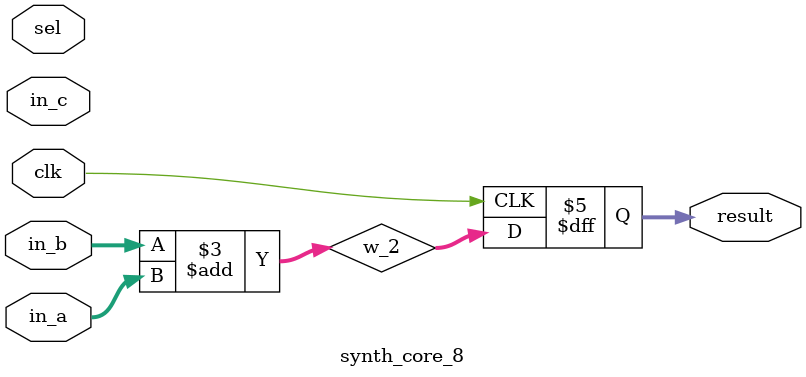
<source format=v>
module synth_core_8 (
    input clk,
    input [31:0] in_a,
    input [31:0] in_b,
    input [31:0] in_c,
    input sel,
    output reg [31:0] result
);

    wire [31:0] w_0;
    assign w_0 = in_c * in_b;
    wire [31:0] w_1;
    assign w_1 = in_a ^ w_0;
    wire [31:0] w_2;
    assign w_2 = in_b + in_a;

    always @(posedge clk) begin
        result <= w_2;
    end

endmodule
</source>
